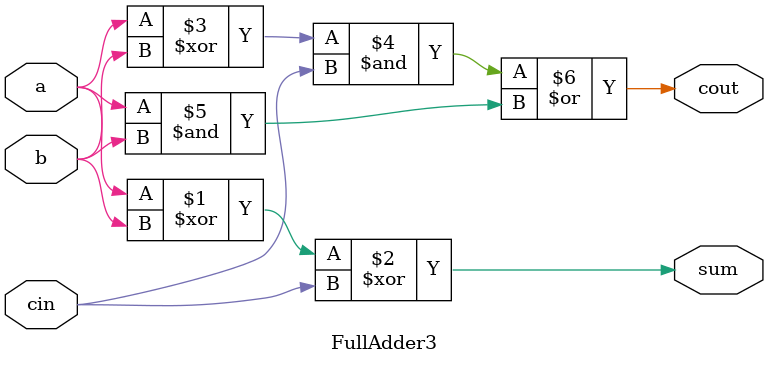
<source format=v>
module FullAdder3 (a, b, cin, sum, cout);
input a, b, cin;
output sum, cout;
	assign sum = a ^ b ^ cin;
	assign cout  = ((a^b)&cin) | (a&b);	// carry = (a xor b)cin + ab
endmodule
</source>
